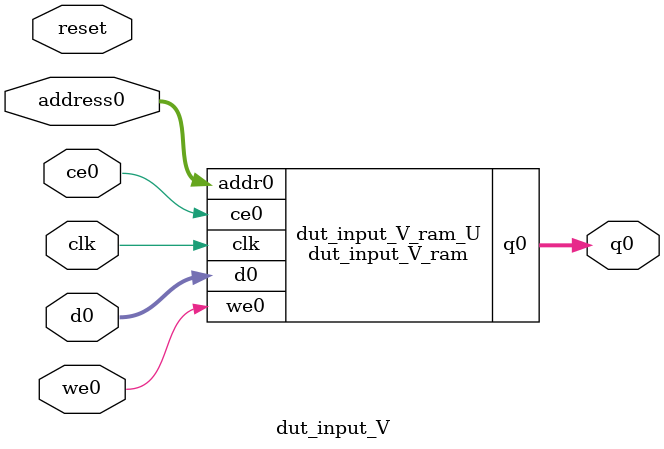
<source format=v>
`timescale 1 ns / 1 ps
module dut_input_V_ram (addr0, ce0, d0, we0, q0,  clk);

parameter DWIDTH = 16;
parameter AWIDTH = 4;
parameter MEM_SIZE = 9;

input[AWIDTH-1:0] addr0;
input ce0;
input[DWIDTH-1:0] d0;
input we0;
output reg[DWIDTH-1:0] q0;
input clk;

(* ram_style = "distributed" *)reg [DWIDTH-1:0] ram[0:MEM_SIZE-1];




always @(posedge clk)  
begin 
    if (ce0) begin
        if (we0) 
            ram[addr0] <= d0; 
        q0 <= ram[addr0];
    end
end


endmodule

`timescale 1 ns / 1 ps
module dut_input_V(
    reset,
    clk,
    address0,
    ce0,
    we0,
    d0,
    q0);

parameter DataWidth = 32'd16;
parameter AddressRange = 32'd9;
parameter AddressWidth = 32'd4;
input reset;
input clk;
input[AddressWidth - 1:0] address0;
input ce0;
input we0;
input[DataWidth - 1:0] d0;
output[DataWidth - 1:0] q0;



dut_input_V_ram dut_input_V_ram_U(
    .clk( clk ),
    .addr0( address0 ),
    .ce0( ce0 ),
    .we0( we0 ),
    .d0( d0 ),
    .q0( q0 ));

endmodule


</source>
